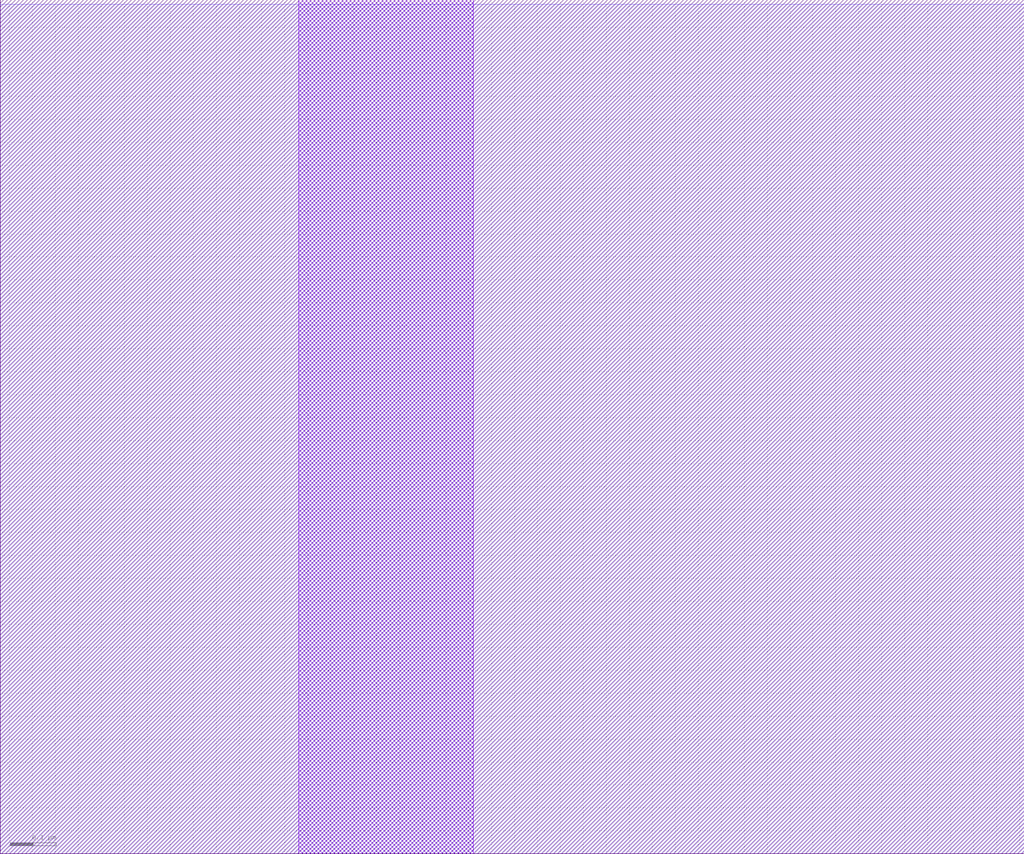
<source format=lef>
VERSION 5.7 ;
  NOWIREEXTENSIONATPIN ON ;
  DIVIDERCHAR "/" ;
  BUSBITCHARS "[]" ;
UNITS
  DATABASE MICRONS 200 ;
END UNITS

LAYER via2
  TYPE CUT ;
END via2

LAYER via
  TYPE CUT ;
END via

LAYER nwell
  TYPE MASTERSLICE ;
END nwell

LAYER via3
  TYPE CUT ;
END via3

LAYER pwell
  TYPE MASTERSLICE ;
END pwell

LAYER via4
  TYPE CUT ;
END via4

LAYER mcon
  TYPE CUT ;
END mcon

LAYER met6
  TYPE ROUTING ;
  WIDTH 0.030000 ;
  SPACING 0.040000 ;
  DIRECTION HORIZONTAL ;
END met6

LAYER met1
  TYPE ROUTING ;
  WIDTH 0.140000 ;
  SPACING 0.140000 ;
  DIRECTION HORIZONTAL ;
END met1

LAYER met3
  TYPE ROUTING ;
  WIDTH 0.300000 ;
  SPACING 0.300000 ;
  DIRECTION HORIZONTAL ;
END met3

LAYER met2
  TYPE ROUTING ;
  WIDTH 0.140000 ;
  SPACING 0.140000 ;
  DIRECTION HORIZONTAL ;
END met2

LAYER met4
  TYPE ROUTING ;
  WIDTH 0.300000 ;
  SPACING 0.300000 ;
  DIRECTION HORIZONTAL ;
END met4

LAYER met5
  TYPE ROUTING ;
  WIDTH 1.600000 ;
  SPACING 1.600000 ;
  DIRECTION HORIZONTAL ;
END met5

LAYER li1
  TYPE ROUTING ;
  WIDTH 0.170000 ;
  SPACING 0.170000 ;
  DIRECTION HORIZONTAL ;
END li1

MACRO sky130_hilas_fgvaractorcapacitor
  CLASS BLOCK ;
  FOREIGN sky130_hilas_fgvaractorcapacitor ;
  ORIGIN 9.570 3.950 ;
  SIZE 2.230 BY 1.860 ;
  OBS
      LAYER nwell ;
        RECT -9.570 -3.950 -7.340 -2.100 ;
      LAYER met1 ;
        RECT -8.920 -3.950 -8.540 -2.090 ;
  END
END sky130_hilas_fgvaractorcapacitor
END LIBRARY


</source>
